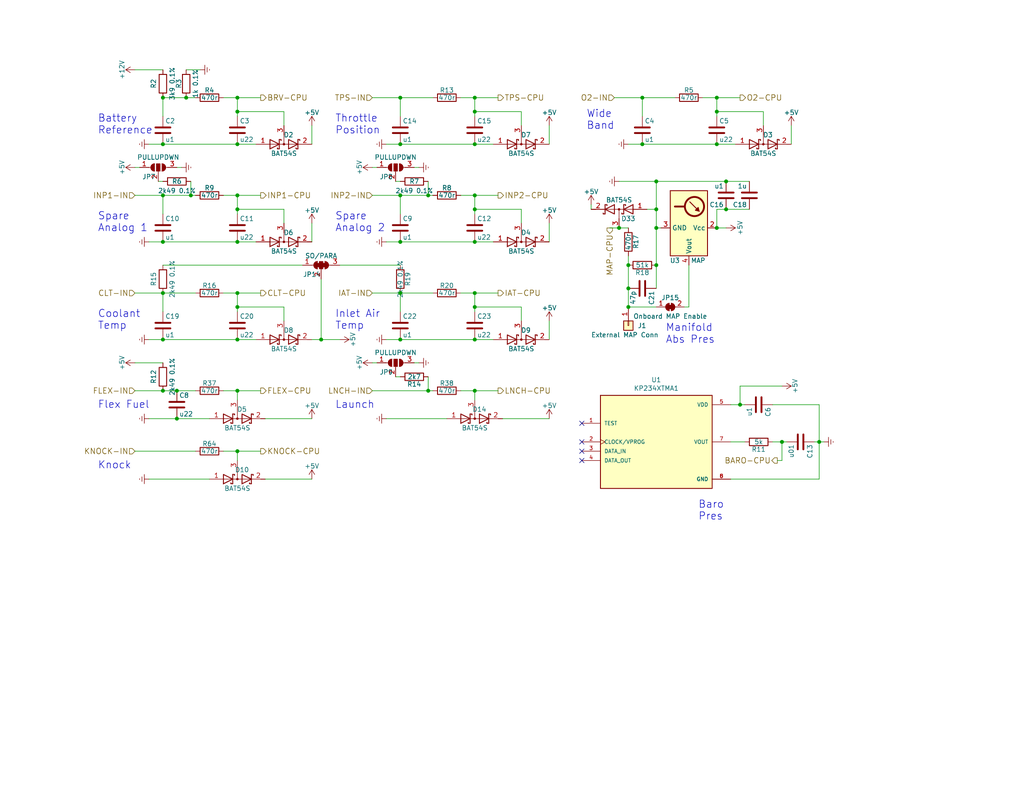
<source format=kicad_sch>
(kicad_sch (version 20211123) (generator eeschema)
  (paper "USLetter")
  (title_block (title "UA4C") (date "2023-05-31") (rev "C5") (company "WTMtronics") (comment 1 "White Fang"))
  (lib_symbols
    (symbol "Device:C" (pin_numbers hide) (pin_names (offset 0.254))
      (property "Reference" "C" (at 0.635 2.54 0))
      (property "Value" "C" (at 0.635 -2.54 0))
      (symbol "C_0_1"
        (polyline (pts (xy -2.032 -0.762) (xy 2.032 -0.762)) (stroke (width 0.508)))
        (polyline (pts (xy -2.032 0.762) (xy 2.032 0.762)) (stroke (width 0.508)))
      )
      (symbol "C_1_1"
        (pin passive line (at 0 3.81 270) (length 2.794) (name "~") (number "1"))
        (pin passive line (at 0 -3.81 90) (length 2.794) (name "~") (number "2"))
      )
    )
    (symbol "Device:R" (pin_numbers hide) (pin_names (offset 0))
      (property "Reference" "R" (at 2.032 0 90))
      (property "Value" "R" (at 0 0 90))
      (symbol "R_0_1"
        (rectangle (start -1.016 -2.54) (end 1.016 2.54) (stroke (width 0.254)))
      )
      (symbol "R_1_1"
        (pin passive line (at 0 3.81 270) (length 1.27) (name "~") (number "1"))
        (pin passive line (at 0 -3.81 90) (length 1.27) (name "~") (number "2"))
      )
    )
    (symbol "Jumper:SolderJumper_2_Bridged" (pin_names (offset 0) hide)
      (property "Reference" "JP" (at 0 2.032 0))
      (property "Value" "SolderJumper_2_Bridged" (at 0 -2.54 0))
      (symbol "SolderJumper_2_Bridged_0_1"
        (rectangle (start -0.508 0.508) (end 0.508 -0.508) (fill (type outline)))
        (arc (start -0.254 1.016) (mid -1.27 0) (end -0.254 -1.016))
        (arc (start -0.254 1.016) (mid -1.27 0) (end -0.254 -1.016) (fill (type outline)))
        (polyline (pts (xy -0.254 1.016) (xy -0.254 -1.016)))
        (polyline (pts (xy 0.254 1.016) (xy 0.254 -1.016)))
        (arc (start 0.254 -1.016) (mid 1.27 0) (end 0.254 1.016))
        (arc (start 0.254 -1.016) (mid 1.27 0) (end 0.254 1.016) (fill (type outline)))
      )
      (symbol "SolderJumper_2_Bridged_1_1"
        (pin passive line (at -3.81 0 0) (length 2.54) (name "A") (number "1"))
        (pin passive line (at 3.81 0 180) (length 2.54) (name "B") (number "2"))
      )
    )
    (symbol "Sensor_Pressure:MPXH6115A"
      (property "Reference" "U" (at -10.16 6.35 0))
      (property "Value" "MPXH6115A" (at 1.27 6.35 0))
      (symbol "MPXH6115A_0_1"
        (circle (center -5.842 1.524) (radius 2.6162) (stroke (width 0.508)))
        (polyline (pts (xy -7.112 0.254) (xy -4.572 2.794)) (stroke (width 0.254)))
        (polyline (pts (xy -5.842 -1.27) (xy -5.842 -3.81)) (stroke (width 0.508)))
        (polyline (pts (xy -4.572 2.794) (xy -4.826 1.778) (xy -5.588 2.54) (xy -4.572 2.794)) (stroke (width 0.254)) (fill (type outline)))
        (rectangle (start 7.62 5.08) (end -10.16 -5.08) (stroke (width 0.254)) (fill (type background)))
      )
      (symbol "MPXH6115A_1_1"
        (pin no_connect line (at 5.08 -5.08 90) (length 2.54) hide (name "NC") (number "1"))
        (pin power_in line (at 0 7.62 270) (length 2.54) (name "Vcc") (number "2"))
        (pin power_in line (at 0 -7.62 90) (length 2.54) (name "GND") (number "3"))
        (pin output line (at 10.16 0 180) (length 2.54) (name "Vout") (number "4"))
        (pin no_connect line (at -7.62 -5.08 90) (length 2.54) hide (name "NC") (number "5"))
        (pin no_connect line (at -5.08 -5.08 90) (length 2.54) hide (name "NC") (number "6"))
        (pin no_connect line (at -2.54 -5.08 90) (length 2.54) hide (name "NC") (number "7"))
        (pin no_connect line (at 2.54 -5.08 90) (length 2.54) hide (name "NC") (number "8"))
      )
    )
    (symbol "Underdog-rescue:Conn_01x01-conn-Underdog-rescue" (pin_names (offset 1.016) hide)
      (property "Reference" "J" (at 0 2.54 0))
      (property "Value" "Conn_01x01-conn-Underdog-rescue" (at 0 -2.54 0))
      (symbol "Conn_01x01-conn-Underdog-rescue_1_1"
        (rectangle (start -1.27 0.127) (end 0 -0.127) (stroke (width 0.1524)))
        (rectangle (start -1.27 1.27) (end 1.27 -1.27) (stroke (width 0.254)) (fill (type background)))
        (pin passive line (at -5.08 0 0) (length 3.81) (name "Pin_1") (number "1"))
      )
    )
    (symbol "Underdog-rescue:D_Schottky_x2_Serial_AKC-Device" (pin_names (offset 0.762) hide)
      (property "Reference" "D" (at 1.27 -2.54 0))
      (property "Value" "D_Schottky_x2_Serial_AKC-Device" (at 0 2.54 0))
      (symbol "D_Schottky_x2_Serial_AKC-Device_0_1"
        (polyline (pts (xy -3.81 0) (xy 3.81 0)))
        (polyline (pts (xy 0 0) (xy 0 -2.54)))
        (polyline (pts (xy 6.35 0) (xy 7.62 0)))
        (polyline (pts (xy -1.27 -1.27) (xy -1.27 1.27) (xy -1.27 1.27)) (stroke (width 0.254)))
        (polyline (pts (xy 3.81 1.27) (xy 3.81 -1.27) (xy 3.81 -1.27)) (stroke (width 0.254)))
        (polyline (pts (xy -1.27 -1.27) (xy -0.762 -1.27) (xy -0.762 -1.016) (xy -0.762 -1.016)) (stroke (width 0.254)))
        (polyline (pts (xy 3.81 -1.27) (xy 4.318 -1.27) (xy 4.318 -1.016) (xy 4.318 -1.016)) (stroke (width 0.254)))
        (polyline (pts (xy 3.81 1.27) (xy 3.302 1.27) (xy 3.302 1.016) (xy 3.302 1.016)) (stroke (width 0.254)))
        (polyline (pts (xy -1.778 1.016) (xy -1.778 1.27) (xy -1.27 1.27) (xy -1.27 1.27) (xy -1.27 1.27)) (stroke (width 0.254)))
        (polyline (pts (xy -3.81 1.27) (xy -1.27 0) (xy -3.81 -1.27) (xy -3.81 1.27) (xy -3.81 1.27) (xy -3.81 1.27)) (stroke (width 0.254)))
        (polyline (pts (xy 1.27 1.27) (xy 3.81 0) (xy 1.27 -1.27) (xy 1.27 1.27) (xy 1.27 1.27) (xy 1.27 1.27)) (stroke (width 0.254)))
        (circle (center 0 0) (radius 0.254) (fill (type outline)))
        (pin passive line (at -7.62 0 0) (length 3.81) (name "A") (number "1"))
        (pin passive line (at 7.62 0 180) (length 3.81) (name "K") (number "2"))
        (pin passive line (at 0 -5.08 90) (length 2.54) (name "common") (number "3"))
      )
    )
    (symbol "Underdog-rescue:KP234XTMA1-IC_Automotive" (pin_names (offset 1.016))
      (property "Reference" "U" (at -15.24 13.97 0))
      (property "Value" "KP234XTMA1-IC_Automotive" (at -15.24 -15.24 0))
      (symbol "KP234XTMA1-IC_Automotive_0_0"
        (rectangle (start -15.24 -12.7) (end 15.24 12.7) (stroke (width 0.254)) (fill (type background)))
        (pin input line (at -20.32 5.08 0) (length 5.08) (name "TEST") (number "1"))
        (pin input clock (at -20.32 0 0) (length 5.08) (name "CLOCK/VPROG") (number "2"))
        (pin input line (at -20.32 -2.54 0) (length 5.08) (name "DATA_IN") (number "3"))
        (pin output line (at -20.32 -5.08 0) (length 5.08) (name "DATA_OUT") (number "4"))
        (pin power_in line (at 20.32 10.16 180) (length 5.08) (name "VDD") (number "5"))
        (pin power_in line (at 20.32 -10.16 180) (length 5.08) (name "GND") (number "6"))
        (pin output line (at 20.32 0 180) (length 5.08) (name "VOUT") (number "7"))
        (pin power_in line (at 20.32 -10.16 180) (length 5.08) (name "GND") (number "8"))
      )
    )
    (symbol "Underdog-rescue:SolderJumper_3_Bridged123-Jumper" (pin_names (offset 0) hide)
      (property "Reference" "JP" (at -2.54 -2.54 0))
      (property "Value" "SolderJumper_3_Bridged123-Jumper" (at 0 2.794 0))
      (symbol "SolderJumper_3_Bridged123-Jumper_0_1"
        (rectangle (start -1.016 0.508) (end -0.508 -0.508) (fill (type outline)))
        (arc (start -1.016 1.016) (mid -2.032 0) (end -1.016 -1.016))
        (arc (start -1.016 1.016) (mid -2.032 0) (end -1.016 -1.016) (fill (type outline)))
        (rectangle (start -0.508 1.016) (end 0.508 -1.016) (fill (type outline)))
        (polyline (pts (xy -2.54 0) (xy -2.032 0)))
        (polyline (pts (xy -1.016 1.016) (xy -1.016 -1.016)))
        (polyline (pts (xy 0 -1.27) (xy 0 -1.016)))
        (polyline (pts (xy 1.016 1.016) (xy 1.016 -1.016)))
        (polyline (pts (xy 2.54 0) (xy 2.032 0)))
        (rectangle (start 0.508 0.508) (end 1.016 -0.508) (fill (type outline)))
        (arc (start 1.016 -1.016) (mid 2.032 0) (end 1.016 1.016))
        (arc (start 1.016 -1.016) (mid 2.032 0) (end 1.016 1.016) (fill (type outline)))
      )
      (symbol "SolderJumper_3_Bridged123-Jumper_1_1"
        (pin passive line (at -5.08 0 0) (length 2.54) (name "A") (number "1"))
        (pin input line (at 0 -3.81 90) (length 2.54) (name "C") (number "2"))
        (pin passive line (at 5.08 0 180) (length 2.54) (name "B") (number "3"))
      )
    )
    (symbol "Underdog-rescue:SolderJumper_3_Open-Jumper1" (pin_names (offset 0) hide)
      (property "Reference" "JP" (at -2.54 -2.54 0))
      (property "Value" "SolderJumper_3_Open-Jumper1" (at 0 2.794 0))
      (symbol "SolderJumper_3_Open-Jumper1_0_1"
        (arc (start -1.016 1.016) (mid -2.032 0) (end -1.016 -1.016))
        (arc (start -1.016 1.016) (mid -2.032 0) (end -1.016 -1.016) (fill (type outline)))
        (rectangle (start -0.508 1.016) (end 0.508 -1.016) (fill (type outline)))
        (polyline (pts (xy -2.54 0) (xy -2.032 0)))
        (polyline (pts (xy -1.016 1.016) (xy -1.016 -1.016)))
        (polyline (pts (xy 0 -1.27) (xy 0 -1.016)))
        (polyline (pts (xy 1.016 1.016) (xy 1.016 -1.016)))
        (polyline (pts (xy 2.54 0) (xy 2.032 0)))
        (arc (start 1.016 -1.016) (mid 2.032 0) (end 1.016 1.016))
        (arc (start 1.016 -1.016) (mid 2.032 0) (end 1.016 1.016) (fill (type outline)))
      )
      (symbol "SolderJumper_3_Open-Jumper1_1_1"
        (pin passive line (at -5.08 0 0) (length 2.54) (name "A") (number "1"))
        (pin input line (at 0 -3.81 90) (length 2.54) (name "C") (number "2"))
        (pin passive line (at 5.08 0 180) (length 2.54) (name "B") (number "3"))
      )
    )
    (symbol "power:+12V" (power) (pin_names (offset 0))
      (property "Value" "+12V" (at 0 3.556 0))
      (symbol "+12V_0_1"
        (polyline (pts (xy -0.762 1.27) (xy 0 2.54)))
        (polyline (pts (xy 0 0) (xy 0 2.54)))
        (polyline (pts (xy 0 2.54) (xy 0.762 1.27)))
      )
      (symbol "+12V_1_1"
        (pin power_in line (at 0 0 90) (length 0) hide (name "+12V") (number "1"))
      )
    )
    (symbol "power:+5V" (power) (pin_names (offset 0))
      (property "Value" "+5V" (at 0 3.556 0))
      (symbol "+5V_0_1"
        (polyline (pts (xy -0.762 1.27) (xy 0 2.54)))
        (polyline (pts (xy 0 0) (xy 0 2.54)))
        (polyline (pts (xy 0 2.54) (xy 0.762 1.27)))
      )
      (symbol "+5V_1_1"
        (pin power_in line (at 0 0 90) (length 0) hide (name "+5V") (number "1"))
      )
    )
    (symbol "power:Earth" (power) (pin_names (offset 0))
      (symbol "Earth_0_1"
        (polyline (pts (xy -0.635 -1.905) (xy 0.635 -1.905)))
        (polyline (pts (xy -0.127 -2.54) (xy 0.127 -2.54)))
        (polyline (pts (xy 0 -1.27) (xy 0 0)))
        (polyline (pts (xy 1.27 -1.27) (xy -1.27 -1.27)))
      )
      (symbol "Earth_1_1"
        (pin power_in line (at 0 0 270) (length 0) hide (name "Earth") (number "1"))
      )
    )
  )
  (junction (at 109.22 80.01))
  (junction (at 129.54 83.82))
  (junction (at 129.54 26.67))
  (junction (at 64.77 83.82))
  (junction (at 44.45 53.34))
  (junction (at 64.77 66.04))
  (junction (at 44.45 92.71))
  (junction (at 179.07 49.53))
  (junction (at 129.54 66.04))
  (junction (at 52.07 53.34))
  (junction (at 179.07 72.39))
  (junction (at 213.36 120.65))
  (junction (at 179.07 57.15))
  (junction (at 64.77 92.71))
  (junction (at 64.77 123.19))
  (junction (at 195.58 26.67))
  (junction (at 64.77 80.01))
  (junction (at 175.26 39.37))
  (junction (at 50.8 26.67))
  (junction (at 171.45 78.74))
  (junction (at 87.63 92.71))
  (junction (at 116.84 106.68))
  (junction (at 129.54 30.48))
  (junction (at 109.22 66.04))
  (junction (at 195.58 30.48))
  (junction (at 129.54 92.71))
  (junction (at 198.12 49.53))
  (junction (at 179.07 62.23))
  (junction (at 64.77 53.34))
  (junction (at 64.77 57.15))
  (junction (at 129.54 57.15))
  (junction (at 171.45 72.39))
  (junction (at 168.91 62.23))
  (junction (at 109.22 39.37))
  (junction (at 116.84 53.34))
  (junction (at 195.58 39.37))
  (junction (at 175.26 26.67))
  (junction (at 109.22 26.67))
  (junction (at 44.45 80.01))
  (junction (at 195.58 62.23))
  (junction (at 44.45 66.04))
  (junction (at 64.77 26.67))
  (junction (at 109.22 92.71))
  (junction (at 198.12 57.15))
  (junction (at 201.93 110.49))
  (junction (at 129.54 53.34))
  (junction (at 44.45 26.67))
  (junction (at 64.77 30.48))
  (junction (at 64.77 39.37))
  (junction (at 44.45 106.68))
  (junction (at 109.22 53.34))
  (junction (at 223.52 120.65))
  (junction (at 44.45 39.37))
  (junction (at 48.26 106.68))
  (junction (at 129.54 106.68))
  (junction (at 48.26 114.3))
  (junction (at 129.54 39.37))
  (junction (at 64.77 106.68))
  (junction (at 171.45 83.82))
  (junction (at 129.54 80.01))
  (no_connect (at 158.75 123.19))
  (no_connect (at 158.75 115.57))
  (no_connect (at 158.75 120.65))
  (no_connect (at 158.75 125.73))
  (wire (pts (xy 44.45 106.68) (xy 48.26 106.68)))
  (wire (pts (xy 175.26 39.37) (xy 195.58 39.37)))
  (wire (pts (xy 191.77 26.67) (xy 195.58 26.67)))
  (wire (pts (xy 171.45 78.74) (xy 171.45 72.39)))
  (wire (pts (xy 64.77 30.48) (xy 64.77 31.75)))
  (wire (pts (xy 64.77 80.01) (xy 64.77 83.82)))
  (wire (pts (xy 129.54 109.22) (xy 129.54 106.68)))
  (wire (pts (xy 101.6 53.34) (xy 109.22 53.34)))
  (wire (pts (xy 116.84 106.68) (xy 118.11 106.68)))
  (wire (pts (xy 116.84 106.68) (xy 116.84 102.87)))
  (wire (pts (xy 48.26 114.3) (xy 57.15 114.3)))
  (wire (pts (xy 129.54 92.71) (xy 134.62 92.71)))
  (wire (pts (xy 64.77 53.34) (xy 71.12 53.34)))
  (wire (pts (xy 129.54 26.67) (xy 135.89 26.67)))
  (wire (pts (xy 60.96 80.01) (xy 64.77 80.01)))
  (wire (pts (xy 149.86 60.96) (xy 149.86 66.04)))
  (wire (pts (xy 223.52 110.49) (xy 223.52 120.65)))
  (wire (pts (xy 195.58 26.67) (xy 201.93 26.67)))
  (wire (pts (xy 101.6 26.67) (xy 109.22 26.67)))
  (wire (pts (xy 36.83 106.68) (xy 44.45 106.68)))
  (wire (pts (xy 176.53 57.15) (xy 179.07 57.15)))
  (wire (pts (xy 64.77 26.67) (xy 71.12 26.67)))
  (wire (pts (xy 85.09 60.96) (xy 85.09 66.04)))
  (wire (pts (xy 64.77 106.68) (xy 71.12 106.68)))
  (wire (pts (xy 109.22 26.67) (xy 118.11 26.67)))
  (wire (pts (xy 142.24 30.48) (xy 129.54 30.48)))
  (wire (pts (xy 101.6 80.01) (xy 109.22 80.01)))
  (wire (pts (xy 223.52 130.81) (xy 223.52 120.65)))
  (wire (pts (xy 179.07 49.53) (xy 179.07 57.15)))
  (wire (pts (xy 60.96 53.34) (xy 64.77 53.34)))
  (wire (pts (xy 161.29 57.15) (xy 161.29 55.88)))
  (wire (pts (xy 142.24 60.96) (xy 142.24 57.15)))
  (wire (pts (xy 195.58 62.23) (xy 195.58 57.15)))
  (wire (pts (xy 77.47 57.15) (xy 64.77 57.15)))
  (wire (pts (xy 44.45 53.34) (xy 44.45 58.42)))
  (wire (pts (xy 64.77 53.34) (xy 64.77 57.15)))
  (wire (pts (xy 199.39 120.65) (xy 203.2 120.65)))
  (wire (pts (xy 105.41 66.04) (xy 109.22 66.04)))
  (wire (pts (xy 168.91 62.23) (xy 171.45 62.23)))
  (wire (pts (xy 60.96 106.68) (xy 64.77 106.68)))
  (wire (pts (xy 40.64 39.37) (xy 44.45 39.37)))
  (wire (pts (xy 210.82 110.49) (xy 223.52 110.49)))
  (wire (pts (xy 195.58 57.15) (xy 198.12 57.15)))
  (wire (pts (xy 109.22 66.04) (xy 129.54 66.04)))
  (wire (pts (xy 87.63 76.2) (xy 87.63 92.71)))
  (wire (pts (xy 208.28 34.29) (xy 208.28 30.48)))
  (wire (pts (xy 101.6 45.72) (xy 102.87 45.72)))
  (wire (pts (xy 129.54 106.68) (xy 135.89 106.68)))
  (wire (pts (xy 195.58 30.48) (xy 195.58 31.75)))
  (wire (pts (xy 114.3 99.06) (xy 113.03 99.06)))
  (wire (pts (xy 223.52 120.65) (xy 224.79 120.65)))
  (wire (pts (xy 109.22 26.67) (xy 109.22 31.75)))
  (wire (pts (xy 149.86 87.63) (xy 149.86 92.71)))
  (wire (pts (xy 208.28 30.48) (xy 195.58 30.48)))
  (wire (pts (xy 195.58 39.37) (xy 200.66 39.37)))
  (wire (pts (xy 44.45 53.34) (xy 52.07 53.34)))
  (wire (pts (xy 64.77 125.73) (xy 64.77 123.19)))
  (wire (pts (xy 64.77 83.82) (xy 64.77 85.09)))
  (wire (pts (xy 105.41 92.71) (xy 109.22 92.71)))
  (wire (pts (xy 149.86 114.3) (xy 137.16 114.3)))
  (wire (pts (xy 179.07 72.39) (xy 179.07 78.74)))
  (wire (pts (xy 129.54 53.34) (xy 129.54 57.15)))
  (wire (pts (xy 64.77 109.22) (xy 64.77 106.68)))
  (wire (pts (xy 109.22 72.39) (xy 92.71 72.39)))
  (wire (pts (xy 213.36 120.65) (xy 213.36 125.73)))
  (wire (pts (xy 109.22 39.37) (xy 129.54 39.37)))
  (wire (pts (xy 40.64 130.81) (xy 57.15 130.81)))
  (wire (pts (xy 50.8 19.05) (xy 54.61 19.05)))
  (wire (pts (xy 52.07 53.34) (xy 53.34 53.34)))
  (wire (pts (xy 87.63 92.71) (xy 85.09 92.71)))
  (wire (pts (xy 179.07 57.15) (xy 179.07 62.23)))
  (wire (pts (xy 125.73 26.67) (xy 129.54 26.67)))
  (wire (pts (xy 109.22 80.01) (xy 118.11 80.01)))
  (wire (pts (xy 85.09 130.81) (xy 72.39 130.81)))
  (wire (pts (xy 198.12 49.53) (xy 204.47 49.53)))
  (wire (pts (xy 64.77 92.71) (xy 69.85 92.71)))
  (wire (pts (xy 64.77 80.01) (xy 71.12 80.01)))
  (wire (pts (xy 171.45 72.39) (xy 171.45 69.85)))
  (wire (pts (xy 195.58 26.67) (xy 195.58 30.48)))
  (wire (pts (xy 44.45 66.04) (xy 64.77 66.04)))
  (wire (pts (xy 171.45 83.82) (xy 171.45 78.74)))
  (wire (pts (xy 43.18 49.53) (xy 44.45 49.53)))
  (wire (pts (xy 204.47 57.15) (xy 198.12 57.15)))
  (wire (pts (xy 129.54 26.67) (xy 129.54 30.48)))
  (wire (pts (xy 201.93 105.41) (xy 213.36 105.41)))
  (wire (pts (xy 125.73 80.01) (xy 129.54 80.01)))
  (wire (pts (xy 167.64 26.67) (xy 175.26 26.67)))
  (wire (pts (xy 116.84 53.34) (xy 116.84 49.53)))
  (wire (pts (xy 129.54 80.01) (xy 129.54 83.82)))
  (wire (pts (xy 109.22 92.71) (xy 129.54 92.71)))
  (wire (pts (xy 36.83 80.01) (xy 44.45 80.01)))
  (wire (pts (xy 222.25 120.65) (xy 223.52 120.65)))
  (wire (pts (xy 107.95 49.53) (xy 109.22 49.53)))
  (wire (pts (xy 40.64 92.71) (xy 44.45 92.71)))
  (wire (pts (xy 101.6 99.06) (xy 102.87 99.06)))
  (wire (pts (xy 77.47 30.48) (xy 64.77 30.48)))
  (wire (pts (xy 48.26 106.68) (xy 53.34 106.68)))
  (wire (pts (xy 109.22 80.01) (xy 109.22 85.09)))
  (wire (pts (xy 36.83 123.19) (xy 53.34 123.19)))
  (wire (pts (xy 49.53 45.72) (xy 48.26 45.72)))
  (wire (pts (xy 171.45 83.82) (xy 179.07 83.82)))
  (wire (pts (xy 210.82 120.65) (xy 213.36 120.65)))
  (wire (pts (xy 44.45 92.71) (xy 64.77 92.71)))
  (wire (pts (xy 85.09 34.29) (xy 85.09 39.37)))
  (wire (pts (xy 77.47 34.29) (xy 77.47 30.48)))
  (wire (pts (xy 64.77 66.04) (xy 69.85 66.04)))
  (wire (pts (xy 77.47 87.63) (xy 77.47 83.82)))
  (wire (pts (xy 215.9 34.29) (xy 215.9 39.37)))
  (wire (pts (xy 129.54 66.04) (xy 134.62 66.04)))
  (wire (pts (xy 44.45 80.01) (xy 44.45 85.09)))
  (wire (pts (xy 180.34 62.23) (xy 179.07 62.23)))
  (wire (pts (xy 107.95 102.87) (xy 109.22 102.87)))
  (wire (pts (xy 60.96 123.19) (xy 64.77 123.19)))
  (wire (pts (xy 44.45 39.37) (xy 64.77 39.37)))
  (wire (pts (xy 129.54 57.15) (xy 129.54 58.42)))
  (wire (pts (xy 187.96 72.39) (xy 187.96 83.82)))
  (wire (pts (xy 52.07 53.34) (xy 52.07 49.53)))
  (wire (pts (xy 171.45 39.37) (xy 175.26 39.37)))
  (wire (pts (xy 175.26 26.67) (xy 175.26 31.75)))
  (wire (pts (xy 36.83 45.72) (xy 38.1 45.72)))
  (wire (pts (xy 125.73 53.34) (xy 129.54 53.34)))
  (wire (pts (xy 92.71 92.71) (xy 87.63 92.71)))
  (wire (pts (xy 64.77 123.19) (xy 71.12 123.19)))
  (wire (pts (xy 105.41 114.3) (xy 121.92 114.3)))
  (wire (pts (xy 40.64 66.04) (xy 44.45 66.04)))
  (wire (pts (xy 36.83 53.34) (xy 44.45 53.34)))
  (wire (pts (xy 201.93 110.49) (xy 203.2 110.49)))
  (wire (pts (xy 129.54 30.48) (xy 129.54 31.75)))
  (wire (pts (xy 125.73 106.68) (xy 129.54 106.68)))
  (wire (pts (xy 142.24 87.63) (xy 142.24 83.82)))
  (wire (pts (xy 212.09 125.73) (xy 213.36 125.73)))
  (wire (pts (xy 129.54 80.01) (xy 135.89 80.01)))
  (wire (pts (xy 85.09 114.3) (xy 72.39 114.3)))
  (wire (pts (xy 36.83 99.06) (xy 44.45 99.06)))
  (wire (pts (xy 129.54 39.37) (xy 134.62 39.37)))
  (wire (pts (xy 116.84 53.34) (xy 118.11 53.34)))
  (wire (pts (xy 175.26 26.67) (xy 184.15 26.67)))
  (wire (pts (xy 142.24 57.15) (xy 129.54 57.15)))
  (wire (pts (xy 105.41 39.37) (xy 109.22 39.37)))
  (wire (pts (xy 142.24 83.82) (xy 129.54 83.82)))
  (wire (pts (xy 44.45 26.67) (xy 50.8 26.67)))
  (wire (pts (xy 199.39 110.49) (xy 201.93 110.49)))
  (wire (pts (xy 40.64 114.3) (xy 48.26 114.3)))
  (wire (pts (xy 77.47 83.82) (xy 64.77 83.82)))
  (wire (pts (xy 114.3 45.72) (xy 113.03 45.72)))
  (wire (pts (xy 50.8 26.67) (xy 53.34 26.67)))
  (wire (pts (xy 129.54 53.34) (xy 135.89 53.34)))
  (wire (pts (xy 60.96 26.67) (xy 64.77 26.67)))
  (wire (pts (xy 199.39 130.81) (xy 223.52 130.81)))
  (wire (pts (xy 214.63 120.65) (xy 213.36 120.65)))
  (wire (pts (xy 64.77 39.37) (xy 69.85 39.37)))
  (wire (pts (xy 36.83 19.05) (xy 44.45 19.05)))
  (wire (pts (xy 44.45 80.01) (xy 53.34 80.01)))
  (wire (pts (xy 168.91 49.53) (xy 179.07 49.53)))
  (wire (pts (xy 179.07 62.23) (xy 179.07 72.39)))
  (wire (pts (xy 64.77 26.67) (xy 64.77 30.48)))
  (wire (pts (xy 166.37 62.23) (xy 168.91 62.23)))
  (wire (pts (xy 77.47 60.96) (xy 77.47 57.15)))
  (wire (pts (xy 101.6 106.68) (xy 116.84 106.68)))
  (wire (pts (xy 201.93 110.49) (xy 201.93 105.41)))
  (wire (pts (xy 179.07 49.53) (xy 198.12 49.53)))
  (wire (pts (xy 109.22 53.34) (xy 109.22 58.42)))
  (wire (pts (xy 142.24 34.29) (xy 142.24 30.48)))
  (wire (pts (xy 149.86 34.29) (xy 149.86 39.37)))
  (wire (pts (xy 186.69 83.82) (xy 187.96 83.82)))
  (wire (pts (xy 129.54 83.82) (xy 129.54 85.09)))
  (wire (pts (xy 198.12 62.23) (xy 195.58 62.23)))
  (wire (pts (xy 64.77 57.15) (xy 64.77 58.42)))
  (wire (pts (xy 109.22 53.34) (xy 116.84 53.34)))
  (wire (pts (xy 44.45 26.67) (xy 44.45 31.75)))
  (wire (pts (xy 44.45 72.39) (xy 82.55 72.39)))
  (text "Throttle\nPosition" (at 91.44 36.83 0) (effects (font (size 2.0066 2.0066)) (justify left bottom)))
  (text "Knock" (at 26.67 128.27 0) (effects (font (size 2.0066 2.0066)) (justify left bottom)))
  (text "Inlet Air\nTemp" (at 91.44 90.17 0) (effects (font (size 2.0066 2.0066)) (justify left bottom)))
  (text "Wide\nBand" (at 160.02 35.56 0) (effects (font (size 2.0066 2.0066)) (justify left bottom)))
  (text "Flex Fuel" (at 26.67 111.76 0) (effects (font (size 2.0066 2.0066)) (justify left bottom)))
  (text "Battery\nReference" (at 26.67 36.83 0) (effects (font (size 2.0066 2.0066)) (justify left bottom)))
  (text "Coolant\nTemp" (at 26.67 90.17 0) (effects (font (size 2.0066 2.0066)) (justify left bottom)))
  (text "Launch" (at 91.44 111.76 0) (effects (font (size 2.0066 2.0066)) (justify left bottom)))
  (text "Manifold\nAbs Pres" (at 181.61 93.98 0) (effects (font (size 2.0066 2.0066)) (justify left bottom)))
  (text "Spare\nAnalog 1" (at 26.67 63.5 0) (effects (font (size 2.0066 2.0066)) (justify left bottom)))
  (text "Spare\nAnalog 2" (at 91.44 63.5 0) (effects (font (size 2.0066 2.0066)) (justify left bottom)))
  (text "Baro\nPres" (at 190.5 142.24 0) (effects (font (size 2.0066 2.0066)) (justify left bottom)))
  (hierarchical_label "CLT-CPU" (shape output) (at 71.12 80.01 0) (effects (font (size 1.524 1.524))))
  (hierarchical_label "BRV-CPU" (shape output) (at 71.12 26.67 0) (effects (font (size 1.524 1.524))))
  (hierarchical_label "INP2-IN" (shape input) (at 101.6 53.34 180) (effects (font (size 1.524 1.524))))
  (hierarchical_label "FLEX-IN" (shape input) (at 36.83 106.68 180) (effects (font (size 1.524 1.524))))
  (hierarchical_label "O2-CPU" (shape output) (at 201.93 26.67 0) (effects (font (size 1.524 1.524))))
  (hierarchical_label "FLEX-CPU" (shape output) (at 71.12 106.68 0) (effects (font (size 1.524 1.524))))
  (hierarchical_label "BARO-CPU" (shape output) (at 212.09 125.73 180) (effects (font (size 1.524 1.524))))
  (hierarchical_label "KNOCK-IN" (shape input) (at 36.83 123.19 180) (effects (font (size 1.524 1.524))))
  (hierarchical_label "O2-IN" (shape input) (at 167.64 26.67 180) (effects (font (size 1.524 1.524))))
  (hierarchical_label "INP1-IN" (shape input) (at 36.83 53.34 180) (effects (font (size 1.524 1.524))))
  (hierarchical_label "TPS-IN" (shape input) (at 101.6 26.67 180) (effects (font (size 1.524 1.524))))
  (hierarchical_label "KNOCK-CPU" (shape output) (at 71.12 123.19 0) (effects (font (size 1.524 1.524))))
  (hierarchical_label "CLT-IN" (shape input) (at 36.83 80.01 180) (effects (font (size 1.524 1.524))))
  (hierarchical_label "LNCH-CPU" (shape output) (at 135.89 106.68 0) (effects (font (size 1.524 1.524))))
  (hierarchical_label "LNCH-IN" (shape input) (at 101.6 106.68 180) (effects (font (size 1.524 1.524))))
  (hierarchical_label "INP2-CPU" (shape output) (at 135.89 53.34 0) (effects (font (size 1.524 1.524))))
  (hierarchical_label "MAP-CPU" (shape output) (at 166.37 62.23 270) (effects (font (size 1.524 1.524))))
  (hierarchical_label "IAT-IN" (shape input) (at 101.6 80.01 180) (effects (font (size 1.524 1.524))))
  (hierarchical_label "INP1-CPU" (shape output) (at 71.12 53.34 0) (effects (font (size 1.524 1.524))))
  (hierarchical_label "TPS-CPU" (shape output) (at 135.89 26.67 0) (effects (font (size 1.524 1.524))))
  (hierarchical_label "IAT-CPU" (shape output) (at 135.89 80.01 0) (effects (font (size 1.524 1.524))))
  (symbol (lib_id "Device:C") (at 109.22 35.56 0) (unit 1)
    (property "Reference" "C14" (at 109.855 33.02 0) (effects (justify left)))
    (property "Value" "u1" (at 109.855 38.1 0) (effects (justify left)))
    (property "Footprint" "Capacitor_SMD:C_0805_2012Metric" (effects hide))
    (property "MPN" "CL21B104KBFNNNE" (effects hide))
  )
  (symbol (lib_id "Device:C") (at 129.54 35.56 0) (unit 1)
    (property "Reference" "C15" (at 130.175 33.02 0) (effects (justify left)))
    (property "Value" "u22" (at 130.175 38.1 0) (effects (justify left)))
    (property "Footprint" "Capacitor_SMD:C_0805_2012Metric" (effects hide))
    (property "MPN" "CL21B224KBFNNNE" (effects hide))
  )
  (symbol (lib_id "Device:C") (at 44.45 88.9 0) (unit 1)
    (property "Reference" "C19" (at 45.085 86.36 0) (effects (justify left)))
    (property "Value" "u1" (at 45.085 91.44 0) (effects (justify left)))
    (property "Footprint" "Capacitor_SMD:C_0805_2012Metric" (effects hide))
    (property "MPN" "CL21B104KBFNNNE" (effects hide))
  )
  (symbol (lib_id "Device:C") (at 64.77 88.9 0) (unit 1)
    (property "Reference" "C20" (at 65.405 86.36 0) (effects (justify left)))
    (property "Value" "u22" (at 65.405 91.44 0) (effects (justify left)))
    (property "Footprint" "Capacitor_SMD:C_0805_2012Metric" (effects hide))
    (property "MPN" "CL21B224KBFNNNE" (effects hide))
  )
  (symbol (lib_id "Device:C") (at 109.22 88.9 0) (unit 1)
    (property "Reference" "C22" (at 109.855 86.36 0) (effects (justify left)))
    (property "Value" "u1" (at 109.855 91.44 0) (effects (justify left)))
    (property "Footprint" "Capacitor_SMD:C_0805_2012Metric" (effects hide))
    (property "MPN" "CL21B104KBFNNNE" (effects hide))
  )
  (symbol (lib_id "Device:C") (at 129.54 88.9 0) (unit 1)
    (property "Reference" "C23" (at 130.175 86.36 0) (effects (justify left)))
    (property "Value" "u22" (at 130.175 91.44 0) (effects (justify left)))
    (property "Footprint" "Capacitor_SMD:C_0805_2012Metric" (effects hide))
    (property "MPN" "CL21B224KBFNNNE" (effects hide))
  )
  (symbol (lib_id "Device:R") (at 44.45 76.2 0) (unit 1)
    (property "Reference" "R15" (at 41.91 76.2 90))
    (property "Value" "2k49 0.1%" (at 46.99 76.2 90))
    (property "Footprint" "Resistor_SMD:R_0805_2012Metric" (effects hide))
    (property "MPN" "ERA6AEB2491V" (effects hide))
  )
  (symbol (lib_id "Device:R") (at 109.22 76.2 0) (unit 1)
    (property "Reference" "R19" (at 111.252 76.2 90))
    (property "Value" "2k49 0.1%" (at 109.22 76.2 90))
    (property "Footprint" "Resistor_SMD:R_0805_2012Metric" (effects hide))
    (property "MPN" "ERA6AEB2491V" (effects hide))
  )
  (symbol (lib_id "Device:R") (at 121.92 80.01 90) (unit 1)
    (property "Reference" "R20" (at 121.92 77.978 90))
    (property "Value" "470r" (at 121.92 80.01 90))
    (property "Footprint" "Resistor_SMD:R_0805_2012Metric" (effects hide))
    (property "MPN" "RK73H2ATTD4700F" (effects hide))
  )
  (symbol (lib_id "Device:R") (at 57.15 80.01 90) (unit 1)
    (property "Reference" "R16" (at 57.15 77.978 90))
    (property "Value" "470r" (at 57.15 80.01 90))
    (property "Footprint" "Resistor_SMD:R_0805_2012Metric" (effects hide))
    (property "MPN" "RK73H2ATTD4700F" (effects hide))
  )
  (symbol (lib_id "Device:R") (at 121.92 26.67 90) (unit 1)
    (property "Reference" "R13" (at 121.92 24.638 90))
    (property "Value" "470r" (at 121.92 26.67 90))
    (property "Footprint" "Resistor_SMD:R_0805_2012Metric" (effects hide))
    (property "MPN" "RK73H2ATTD4700F" (effects hide))
  )
  (symbol (lib_id "Underdog-rescue:D_Schottky_x2_Serial_AKC-Device") (at 142.24 39.37 0) (mirror x) (unit 1)
    (property "Reference" "D7" (at 143.51 36.83 0))
    (property "Value" "BAT54S" (at 142.24 41.91 0))
    (property "Footprint" "Package_TO_SOT_SMD:SOT-23" (effects hide))
    (property "MPN" "BAT54S,215" (effects hide))
  )
  (symbol (lib_id "power:+5V") (at 149.86 34.29 0) (unit 1)
    (property "Reference" "#PWR024" (effects hide))
    (property "Value" "+5V" (at 149.86 30.734 0))
  )
  (symbol (lib_id "Underdog-rescue:D_Schottky_x2_Serial_AKC-Device") (at 77.47 92.71 0) (mirror x) (unit 1)
    (property "Reference" "D8" (at 78.74 90.17 0))
    (property "Value" "BAT54S" (at 77.47 95.25 0))
    (property "Footprint" "Package_TO_SOT_SMD:SOT-23" (effects hide))
    (property "MPN" "BAT54S,215" (effects hide))
  )
  (symbol (lib_id "power:+5V") (at 92.71 92.71 270) (unit 1)
    (property "Reference" "#PWR043" (effects hide))
    (property "Value" "+5V" (at 96.266 92.71 0))
  )
  (symbol (lib_id "Underdog-rescue:D_Schottky_x2_Serial_AKC-Device") (at 142.24 92.71 0) (mirror x) (unit 1)
    (property "Reference" "D9" (at 143.51 90.17 0))
    (property "Value" "BAT54S" (at 142.24 95.25 0))
    (property "Footprint" "Package_TO_SOT_SMD:SOT-23" (effects hide))
    (property "MPN" "BAT54S,215" (effects hide))
  )
  (symbol (lib_id "power:+5V") (at 149.86 87.63 0) (unit 1)
    (property "Reference" "#PWR044" (effects hide))
    (property "Value" "+5V" (at 149.86 84.074 0))
  )
  (symbol (lib_id "Device:C") (at 44.45 62.23 0) (unit 1)
    (property "Reference" "C10" (at 45.085 59.69 0) (effects (justify left)))
    (property "Value" "u1" (at 45.085 64.77 0) (effects (justify left)))
    (property "Footprint" "Capacitor_SMD:C_0805_2012Metric" (effects hide))
    (property "MPN" "CL21B104KBFNNNE" (effects hide))
  )
  (symbol (lib_id "Device:C") (at 64.77 62.23 0) (unit 1)
    (property "Reference" "C11" (at 65.405 59.69 0) (effects (justify left)))
    (property "Value" "u22" (at 65.405 64.77 0) (effects (justify left)))
    (property "Footprint" "Capacitor_SMD:C_0805_2012Metric" (effects hide))
    (property "MPN" "CL21B224KBFNNNE" (effects hide))
  )
  (symbol (lib_id "Device:R") (at 57.15 53.34 90) (unit 1)
    (property "Reference" "R9" (at 57.15 51.308 90))
    (property "Value" "470r" (at 57.15 53.34 90))
    (property "Footprint" "Resistor_SMD:R_0805_2012Metric" (effects hide))
    (property "MPN" "RK73H2ATTD4700F" (effects hide))
  )
  (symbol (lib_id "Underdog-rescue:D_Schottky_x2_Serial_AKC-Device") (at 77.47 66.04 0) (mirror x) (unit 1)
    (property "Reference" "D6" (at 78.74 63.5 0))
    (property "Value" "BAT54S" (at 77.47 68.58 0))
    (property "Footprint" "Package_TO_SOT_SMD:SOT-23" (effects hide))
    (property "MPN" "BAT54S,215" (effects hide))
  )
  (symbol (lib_id "power:+5V") (at 85.09 60.96 0) (unit 1)
    (property "Reference" "#PWR037" (effects hide))
    (property "Value" "+5V" (at 85.09 57.404 0))
  )
  (symbol (lib_id "Device:C") (at 198.12 53.34 180) (unit 1)
    (property "Reference" "C16" (at 197.485 55.88 0) (effects (justify left)))
    (property "Value" "u1" (at 197.485 50.8 0) (effects (justify left)))
    (property "Footprint" "Capacitor_SMD:C_0805_2012Metric" (effects hide))
    (property "MPN" "CL21B104KBFNNNE" (effects hide))
  )
  (symbol (lib_id "Device:C") (at 204.47 53.34 180) (unit 1)
    (property "Reference" "C18" (at 203.835 55.88 0) (effects (justify left)))
    (property "Value" "1u" (at 203.835 50.8 0) (effects (justify left)))
    (property "Footprint" "Capacitor_SMD:C_0805_2012Metric" (effects hide))
    (property "MPN" "CL21B105KBFNNNE" (effects hide))
  )
  (symbol (lib_id "power:+5V") (at 198.12 62.23 270) (unit 1)
    (property "Reference" "#PWR034" (effects hide))
    (property "Value" "+5V" (at 201.93 62.23 0))
  )
  (symbol (lib_id "Sensor_Pressure:MPXH6115A") (at 187.96 62.23 270) (unit 1)
    (property "Reference" "U3" (at 184.15 71.12 90))
    (property "Value" "MAP" (at 190.5 71.12 90))
    (property "Footprint" "Sensors:NXP_Pressure_Sensor_SSOP" (effects hide))
    (property "MPN" "MPXH6400AC6U" (effects hide))
  )
  (symbol (lib_id "Device:C") (at 175.26 78.74 270) (unit 1)
    (property "Reference" "C21" (at 177.8 79.375 0) (effects (justify left)))
    (property "Value" "47p" (at 172.72 79.375 0) (effects (justify left)))
    (property "Footprint" "Capacitor_SMD:C_0805_2012Metric" (effects hide))
    (property "MPN" "CL21C470JBANNNC" (effects hide))
  )
  (symbol (lib_id "Device:R") (at 171.45 66.04 0) (unit 1)
    (property "Reference" "R17" (at 173.482 66.04 90))
    (property "Value" "470r" (at 171.45 66.04 90))
    (property "Footprint" "Resistor_SMD:R_0805_2012Metric" (effects hide))
    (property "MPN" "RK73H2ATTD4700F" (effects hide))
  )
  (symbol (lib_id "Device:R") (at 175.26 72.39 270) (unit 1)
    (property "Reference" "R18" (at 175.26 74.422 90))
    (property "Value" "51k" (at 175.26 72.39 90))
    (property "Footprint" "Resistor_SMD:R_0805_2012Metric" (effects hide))
    (property "MPN" "RK73H2ATTD5102F" (effects hide))
  )
  (symbol (lib_id "power:Earth") (at 168.91 49.53 270) (unit 1)
    (property "Reference" "#PWR033" (effects hide))
    (property "Value" "Earth" (effects hide))
  )
  (symbol (lib_id "power:Earth") (at 105.41 92.71 270) (unit 1)
    (property "Reference" "#PWR046" (effects hide))
    (property "Value" "Earth" (effects hide))
  )
  (symbol (lib_id "power:Earth") (at 40.64 92.71 270) (unit 1)
    (property "Reference" "#PWR045" (effects hide))
    (property "Value" "Earth" (effects hide))
  )
  (symbol (lib_id "power:Earth") (at 105.41 39.37 270) (unit 1)
    (property "Reference" "#PWR027" (effects hide))
    (property "Value" "Earth" (effects hide))
  )
  (symbol (lib_id "power:Earth") (at 40.64 66.04 270) (unit 1)
    (property "Reference" "#PWR039" (effects hide))
    (property "Value" "Earth" (effects hide))
  )
  (symbol (lib_id "Device:C") (at 207.01 110.49 270) (unit 1)
    (property "Reference" "C6" (at 209.55 111.125 0) (effects (justify left)))
    (property "Value" "u1" (at 204.47 111.125 0) (effects (justify left)))
    (property "Footprint" "Capacitor_SMD:C_0805_2012Metric" (effects hide))
    (property "MPN" "CL21B104KBFNNNE" (effects hide))
  )
  (symbol (lib_id "power:+5V") (at 213.36 105.41 270) (unit 1)
    (property "Reference" "#PWR036" (effects hide))
    (property "Value" "+5V" (at 216.916 105.41 0))
  )
  (symbol (lib_id "Device:R") (at 207.01 120.65 270) (unit 1)
    (property "Reference" "R11" (at 207.01 122.682 90))
    (property "Value" "5k" (at 207.01 120.65 90))
    (property "Footprint" "Resistor_SMD:R_0805_2012Metric" (effects hide))
  )
  (symbol (lib_id "power:Earth") (at 224.79 120.65 90) (unit 1)
    (property "Reference" "#PWR035" (effects hide))
    (property "Value" "Earth" (effects hide))
  )
  (symbol (lib_id "Device:C") (at 109.22 62.23 0) (unit 1)
    (property "Reference" "C9" (at 109.855 59.69 0) (effects (justify left)))
    (property "Value" "u1" (at 109.855 64.77 0) (effects (justify left)))
    (property "Footprint" "Capacitor_SMD:C_0805_2012Metric" (effects hide))
    (property "MPN" "CL21B104KBFNNNE" (effects hide))
  )
  (symbol (lib_id "Device:C") (at 129.54 62.23 0) (unit 1)
    (property "Reference" "C12" (at 130.175 59.69 0) (effects (justify left)))
    (property "Value" "u22" (at 130.175 64.77 0) (effects (justify left)))
    (property "Footprint" "Capacitor_SMD:C_0805_2012Metric" (effects hide))
    (property "MPN" "CL21B224KBFNNNE" (effects hide))
  )
  (symbol (lib_id "Device:R") (at 121.92 53.34 90) (unit 1)
    (property "Reference" "R8" (at 121.92 51.308 90))
    (property "Value" "470r" (at 121.92 53.34 90))
    (property "Footprint" "Resistor_SMD:R_0805_2012Metric" (effects hide))
    (property "MPN" "RK73H2ATTD4700F" (effects hide))
  )
  (symbol (lib_id "Underdog-rescue:D_Schottky_x2_Serial_AKC-Device") (at 142.24 66.04 0) (mirror x) (unit 1)
    (property "Reference" "D4" (at 143.51 63.5 0))
    (property "Value" "BAT54S" (at 142.24 68.58 0))
    (property "Footprint" "Package_TO_SOT_SMD:SOT-23" (effects hide))
    (property "MPN" "BAT54S,215" (effects hide))
  )
  (symbol (lib_id "power:+5V") (at 149.86 60.96 0) (unit 1)
    (property "Reference" "#PWR038" (effects hide))
    (property "Value" "+5V" (at 149.86 57.404 0))
  )
  (symbol (lib_id "power:Earth") (at 105.41 66.04 270) (unit 1)
    (property "Reference" "#PWR040" (effects hide))
    (property "Value" "Earth" (effects hide))
  )
  (symbol (lib_id "Device:R") (at 44.45 102.87 0) (unit 1)
    (property "Reference" "R12" (at 41.91 102.87 90))
    (property "Value" "2k49 0.1%" (at 46.99 102.87 90))
    (property "Footprint" "Resistor_SMD:R_0805_2012Metric" (effects hide))
    (property "MPN" "ERA6AEB2491V" (effects hide))
  )
  (symbol (lib_id "power:+5V") (at 36.83 99.06 90) (unit 1)
    (property "Reference" "#PWR047" (effects hide))
    (property "Value" "+5V" (at 33.274 99.06 0))
  )
  (symbol (lib_id "Device:R") (at 57.15 106.68 90) (unit 1)
    (property "Reference" "R37" (at 57.15 104.648 90))
    (property "Value" "470r" (at 57.15 106.68 90))
    (property "Footprint" "Resistor_SMD:R_0805_2012Metric" (effects hide))
    (property "MPN" "RK73H2ATTD4700F" (effects hide))
  )
  (symbol (lib_id "Underdog-rescue:D_Schottky_x2_Serial_AKC-Device") (at 64.77 114.3 0) (mirror x) (unit 1)
    (property "Reference" "D5" (at 66.04 111.76 0))
    (property "Value" "BAT54S" (at 64.77 116.84 0))
    (property "Footprint" "Package_TO_SOT_SMD:SOT-23" (effects hide))
    (property "MPN" "BAT54S,215" (effects hide))
  )
  (symbol (lib_id "power:+5V") (at 85.09 114.3 0) (unit 1)
    (property "Reference" "#PWR051" (effects hide))
    (property "Value" "+5V" (at 85.09 110.744 0))
  )
  (symbol (lib_id "power:Earth") (at 40.64 114.3 270) (unit 1)
    (property "Reference" "#PWR050" (effects hide))
    (property "Value" "Earth" (effects hide))
  )
  (symbol (lib_id "Device:C") (at 44.45 35.56 0) (unit 1)
    (property "Reference" "C2" (at 45.085 33.02 0) (effects (justify left)))
    (property "Value" "u1" (at 45.085 38.1 0) (effects (justify left)))
    (property "Footprint" "Capacitor_SMD:C_0805_2012Metric" (effects hide))
    (property "MPN" "CL21B104KBFNNNE" (effects hide))
  )
  (symbol (lib_id "Device:C") (at 64.77 35.56 0) (unit 1)
    (property "Reference" "C3" (at 65.405 33.02 0) (effects (justify left)))
    (property "Value" "u22" (at 65.405 38.1 0) (effects (justify left)))
    (property "Footprint" "Capacitor_SMD:C_0805_2012Metric" (effects hide))
    (property "MPN" "CL21B224KBFNNNE" (effects hide))
  )
  (symbol (lib_id "power:Earth") (at 40.64 39.37 270) (unit 1)
    (property "Reference" "#PWR026" (effects hide))
    (property "Value" "Earth" (effects hide))
  )
  (symbol (lib_id "Device:R") (at 44.45 22.86 0) (unit 1)
    (property "Reference" "R2" (at 41.91 22.86 90))
    (property "Value" "3k9 0.1%" (at 46.99 22.86 90))
    (property "Footprint" "Resistor_SMD:R_0805_2012Metric" (effects hide))
    (property "MPN" "ERA6AEB392V" (effects hide))
  )
  (symbol (lib_id "power:+12V") (at 36.83 19.05 90) (unit 1)
    (property "Reference" "#PWR021" (effects hide))
    (property "Value" "+12V" (at 33.274 19.05 0))
  )
  (symbol (lib_id "power:Earth") (at 54.61 19.05 90) (unit 1)
    (property "Reference" "#PWR022" (effects hide))
    (property "Value" "Earth" (effects hide))
  )
  (symbol (lib_id "Device:R") (at 50.8 22.86 180) (unit 1)
    (property "Reference" "R3" (at 48.768 22.86 90))
    (property "Value" "1k 0.1%" (at 53.34 22.86 90))
    (property "Footprint" "Resistor_SMD:R_0805_2012Metric" (effects hide))
    (property "MPN" "ERA6AEB102V" (effects hide))
  )
  (symbol (lib_id "Device:R") (at 57.15 26.67 90) (unit 1)
    (property "Reference" "R4" (at 57.15 24.638 90))
    (property "Value" "470r" (at 57.15 26.67 90))
    (property "Footprint" "Resistor_SMD:R_0805_2012Metric" (effects hide))
    (property "MPN" "RK73H2ATTD4700F" (effects hide))
  )
  (symbol (lib_id "Underdog-rescue:D_Schottky_x2_Serial_AKC-Device") (at 77.47 39.37 0) (mirror x) (unit 1)
    (property "Reference" "D2" (at 78.74 36.83 0))
    (property "Value" "BAT54S" (at 77.47 41.91 0))
    (property "Footprint" "Package_TO_SOT_SMD:SOT-23" (effects hide))
    (property "MPN" "BAT54S,215" (effects hide))
  )
  (symbol (lib_id "power:+5V") (at 85.09 34.29 0) (unit 1)
    (property "Reference" "#PWR023" (effects hide))
    (property "Value" "+5V" (at 85.09 30.734 0))
  )
  (symbol (lib_id "Device:R") (at 113.03 102.87 270) (unit 1)
    (property "Reference" "R14" (at 113.03 104.902 90))
    (property "Value" "2k7" (at 113.03 102.87 90))
    (property "Footprint" "Resistor_SMD:R_0603_1608Metric" (effects hide))
    (property "MPN" "RK73B1JTTD272J" (effects hide))
  )
  (symbol (lib_id "power:+5V") (at 101.6 99.06 90) (unit 1)
    (property "Reference" "#PWR048" (effects hide))
    (property "Value" "+5V" (at 98.044 99.06 0))
  )
  (symbol (lib_id "Device:R") (at 121.92 106.68 90) (unit 1)
    (property "Reference" "R38" (at 121.92 104.648 90))
    (property "Value" "470r" (at 121.92 106.68 90))
    (property "Footprint" "Resistor_SMD:R_0805_2012Metric" (effects hide))
    (property "MPN" "RK73H2ATTD4700F" (effects hide))
  )
  (symbol (lib_id "Underdog-rescue:D_Schottky_x2_Serial_AKC-Device") (at 129.54 114.3 0) (mirror x) (unit 1)
    (property "Reference" "D14" (at 130.81 111.76 0))
    (property "Value" "BAT54S" (at 129.54 116.84 0))
    (property "Footprint" "Package_TO_SOT_SMD:SOT-23" (effects hide))
    (property "MPN" "BAT54S,215" (effects hide))
  )
  (symbol (lib_id "power:+5V") (at 149.86 114.3 0) (unit 1)
    (property "Reference" "#PWR053" (effects hide))
    (property "Value" "+5V" (at 149.86 110.744 0))
  )
  (symbol (lib_id "power:Earth") (at 105.41 114.3 270) (unit 1)
    (property "Reference" "#PWR052" (effects hide))
    (property "Value" "Earth" (effects hide))
  )
  (symbol (lib_id "Underdog-rescue:SolderJumper_3_Open-Jumper1") (at 107.95 99.06 0) (unit 1)
    (property "Reference" "JP9" (at 105.41 101.6 0))
    (property "Value" "PULLUPDWN" (at 107.95 96.266 0))
    (property "Footprint" "Jumper:SolderJumper-3_P1.3mm_Open_Pad1.0x1.5mm_NumberLabels" (effects hide))
    (property "MPN" "DNP" (effects hide))
  )
  (symbol (lib_id "power:Earth") (at 114.3 99.06 90) (unit 1)
    (property "Reference" "#PWR049" (effects hide))
    (property "Value" "Earth" (effects hide))
  )
  (symbol (lib_id "Device:R") (at 113.03 49.53 270) (unit 1)
    (property "Reference" "R7" (at 113.03 49.53 90))
    (property "Value" "2k49 0.1%" (at 113.03 52.07 90))
    (property "Footprint" "Resistor_SMD:R_0805_2012Metric" (effects hide))
    (property "MPN" "ERA6AEB2491V" (effects hide))
  )
  (symbol (lib_id "power:+5V") (at 101.6 45.72 90) (unit 1)
    (property "Reference" "#PWR031" (effects hide))
    (property "Value" "+5V" (at 98.044 45.72 0))
  )
  (symbol (lib_id "Underdog-rescue:SolderJumper_3_Open-Jumper1") (at 107.95 45.72 0) (unit 1)
    (property "Reference" "JP8" (at 105.41 48.26 0))
    (property "Value" "PULLUPDWN" (at 107.95 42.926 0))
    (property "Footprint" "Jumper:SolderJumper-3_P1.3mm_Open_Pad1.0x1.5mm_NumberLabels" (effects hide))
    (property "MPN" "DNP" (effects hide))
  )
  (symbol (lib_id "power:Earth") (at 114.3 45.72 90) (unit 1)
    (property "Reference" "#PWR032" (effects hide))
    (property "Value" "Earth" (effects hide))
  )
  (symbol (lib_id "Device:R") (at 48.26 49.53 270) (unit 1)
    (property "Reference" "R6" (at 48.26 49.53 90))
    (property "Value" "2k49 0.1%" (at 48.26 52.07 90))
    (property "Footprint" "Resistor_SMD:R_0805_2012Metric" (effects hide))
    (property "MPN" "ERA6AEB2491V" (effects hide))
  )
  (symbol (lib_id "power:+5V") (at 36.83 45.72 90) (unit 1)
    (property "Reference" "#PWR029" (effects hide))
    (property "Value" "+5V" (at 33.274 45.72 0))
  )
  (symbol (lib_id "Underdog-rescue:SolderJumper_3_Open-Jumper1") (at 43.18 45.72 0) (unit 1)
    (property "Reference" "JP7" (at 40.64 48.26 0))
    (property "Value" "PULLUPDWN" (at 43.18 42.926 0))
    (property "Footprint" "Jumper:SolderJumper-3_P1.3mm_Open_Pad1.0x1.5mm_NumberLabels" (effects hide))
    (property "MPN" "DNP" (effects hide))
  )
  (symbol (lib_id "power:Earth") (at 49.53 45.72 90) (unit 1)
    (property "Reference" "#PWR030" (effects hide))
    (property "Value" "Earth" (effects hide))
  )
  (symbol (lib_id "Device:C") (at 175.26 35.56 0) (unit 1)
    (property "Reference" "C4" (at 175.895 33.02 0) (effects (justify left)))
    (property "Value" "u1" (at 175.895 38.1 0) (effects (justify left)))
    (property "Footprint" "Capacitor_SMD:C_0805_2012Metric" (effects hide))
    (property "MPN" "CL21B104KBFNNNE" (effects hide))
  )
  (symbol (lib_id "Device:C") (at 195.58 35.56 0) (unit 1)
    (property "Reference" "C5" (at 196.215 33.02 0) (effects (justify left)))
    (property "Value" "u22" (at 196.215 38.1 0) (effects (justify left)))
    (property "Footprint" "Capacitor_SMD:C_0805_2012Metric" (effects hide))
    (property "MPN" "CL21B224KBFNNNE" (effects hide))
  )
  (symbol (lib_id "Device:R") (at 187.96 26.67 90) (unit 1)
    (property "Reference" "R5" (at 187.96 24.638 90))
    (property "Value" "470r" (at 187.96 26.67 90))
    (property "Footprint" "Resistor_SMD:R_0805_2012Metric" (effects hide))
    (property "MPN" "RK73H2ATTD4700F" (effects hide))
  )
  (symbol (lib_id "Underdog-rescue:D_Schottky_x2_Serial_AKC-Device") (at 208.28 39.37 0) (mirror x) (unit 1)
    (property "Reference" "D3" (at 209.55 36.83 0))
    (property "Value" "BAT54S" (at 208.28 41.91 0))
    (property "Footprint" "Package_TO_SOT_SMD:SOT-23" (effects hide))
    (property "MPN" "BAT54S,215" (effects hide))
  )
  (symbol (lib_id "power:+5V") (at 215.9 34.29 0) (unit 1)
    (property "Reference" "#PWR025" (effects hide))
    (property "Value" "+5V" (at 215.9 30.734 0))
  )
  (symbol (lib_id "power:Earth") (at 171.45 39.37 270) (unit 1)
    (property "Reference" "#PWR028" (effects hide))
    (property "Value" "Earth" (effects hide))
  )
  (symbol (lib_id "Underdog-rescue:Conn_01x01-conn-Underdog-rescue") (at 171.45 88.9 270) (unit 1)
    (property "Reference" "J1" (at 173.99 88.9 90) (effects (justify left)))
    (property "Value" "External MAP Conn" (at 161.29 91.44 90) (effects (justify left)))
    (property "Footprint" "Wire_Pads:SolderWirePad_single_1mmDrill" (effects hide))
    (property "MPN" "DNP" (effects hide))
  )
  (symbol (lib_id "Device:R") (at 57.15 123.19 90) (unit 1)
    (property "Reference" "R64" (at 57.15 121.158 90))
    (property "Value" "470r" (at 57.15 123.19 90))
    (property "Footprint" "Resistor_SMD:R_0805_2012Metric" (effects hide))
    (property "MPN" "RK73H2ATTD4700F" (effects hide))
  )
  (symbol (lib_id "Underdog-rescue:D_Schottky_x2_Serial_AKC-Device") (at 64.77 130.81 0) (mirror x) (unit 1)
    (property "Reference" "D10" (at 66.04 128.27 0))
    (property "Value" "BAT54S" (at 64.77 133.35 0))
    (property "Footprint" "Package_TO_SOT_SMD:SOT-23" (effects hide))
    (property "MPN" "BAT54S,215" (effects hide))
  )
  (symbol (lib_id "power:+5V") (at 85.09 130.81 0) (unit 1)
    (property "Reference" "#PWR0101" (effects hide))
    (property "Value" "+5V" (at 85.09 127.254 0))
  )
  (symbol (lib_id "power:Earth") (at 40.64 130.81 270) (unit 1)
    (property "Reference" "#PWR0102" (effects hide))
    (property "Value" "Earth" (effects hide))
  )
  (symbol (lib_id "Underdog-rescue:SolderJumper_3_Bridged123-Jumper") (at 87.63 72.39 0) (unit 1)
    (property "Reference" "JP14" (at 85.09 74.93 0))
    (property "Value" "SO/PARA" (at 87.63 69.85 0))
    (property "Footprint" "Connector_Automotive:SolderJumper-3_P1.3mm_Bridged123_Pad1.0x1.5mm_NumberLabels" (effects hide))
    (property "MPN" "DNP" (effects hide))
  )
  (symbol (lib_id "Underdog-rescue:D_Schottky_x2_Serial_AKC-Device") (at 168.91 57.15 0) (mirror y) (unit 1)
    (property "Reference" "D33" (at 171.45 59.69 0))
    (property "Value" "BAT54S" (at 168.91 54.61 0))
    (property "Footprint" "Package_TO_SOT_SMD:SOT-23" (effects hide))
    (property "MPN" "BAT54S,215" (effects hide))
  )
  (symbol (lib_id "power:+5V") (at 161.29 55.88 0) (unit 1)
    (property "Reference" "#PWR0114" (effects hide))
    (property "Value" "+5V" (at 161.29 52.324 0))
  )
  (symbol (lib_id "Jumper:SolderJumper_2_Bridged") (at 182.88 83.82 0) (unit 1)
    (property "Reference" "JP15" (at 182.88 81.28 0))
    (property "Value" "Onboard MAP Enable" (at 182.88 86.36 0))
    (property "Footprint" "Jumper:SolderJumper-2_P1.3mm_Bridged_Pad1.0x1.5mm" (effects hide))
    (property "MPN" "DNP" (effects hide))
  )
  (symbol (lib_id "Underdog-rescue:KP234XTMA1-IC_Automotive") (at 179.07 120.65 0) (unit 1)
    (property "Reference" "U1" (at 179.07 103.7082 0))
    (property "Value" "KP234XTMA1" (at 179.07 106.0196 0))
    (property "Footprint" "Special_Footprints:XDCR_KP234XTMA1" (effects hide))
    (property "PARTREV" "1.0" (effects hide))
    (property "STANDARD" "Manufacturer Recommendations" (effects hide))
    (property "MF" "Infineon" (effects hide))
  )
  (symbol (lib_id "Device:C") (at 218.44 120.65 270) (unit 1)
    (property "Reference" "C13" (at 220.98 121.285 0) (effects (justify left)))
    (property "Value" "u01" (at 215.9 121.285 0) (effects (justify left)))
    (property "Footprint" "Capacitor_SMD:C_0805_2012Metric" (effects hide))
    (property "MPN" "CL21B103KBCNNNC" (effects hide))
  )
  (symbol (lib_id "Device:C") (at 48.26 110.49 0) (unit 1)
    (property "Reference" "C8" (at 48.895 107.95 0) (effects (justify left)))
    (property "Value" "u22" (at 48.895 113.03 0) (effects (justify left)))
    (property "Footprint" "Capacitor_SMD:C_0805_2012Metric" (effects hide))
    (property "MPN" "CL21B224KBFNNNE" (effects hide))
  )
)
</source>
